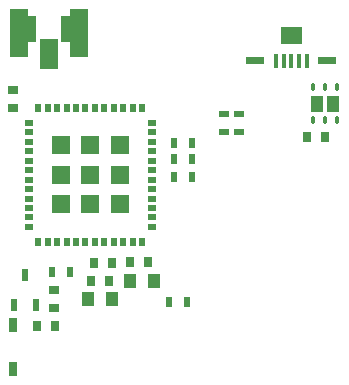
<source format=gbp>
G04*
G04 #@! TF.GenerationSoftware,Altium Limited,Altium Designer,18.1.9 (240)*
G04*
G04 Layer_Color=128*
%FSLAX25Y25*%
%MOIN*%
G70*
G01*
G75*
%ADD14R,0.06000X0.16000*%
%ADD32R,0.03000X0.03400*%
%ADD34R,0.03400X0.03000*%
%ADD47R,0.01968X0.03150*%
%ADD48R,0.03150X0.01968*%
%ADD49R,0.06299X0.06299*%
%ADD50R,0.02400X0.03400*%
G04:AMPARAMS|DCode=52|XSize=15.75mil|YSize=23.62mil|CornerRadius=3.94mil|HoleSize=0mil|Usage=FLASHONLY|Rotation=0.000|XOffset=0mil|YOffset=0mil|HoleType=Round|Shape=RoundedRectangle|*
%AMROUNDEDRECTD52*
21,1,0.01575,0.01575,0,0,0.0*
21,1,0.00787,0.02362,0,0,0.0*
1,1,0.00787,0.00394,-0.00787*
1,1,0.00787,-0.00394,-0.00787*
1,1,0.00787,-0.00394,0.00787*
1,1,0.00787,0.00394,0.00787*
%
%ADD52ROUNDEDRECTD52*%
%ADD53R,0.02400X0.03900*%
%ADD54R,0.02800X0.04800*%
%ADD55R,0.01575X0.05118*%
%ADD57R,0.04200X0.08700*%
%ADD58R,0.04200X0.04200*%
%ADD59R,0.06000X0.10000*%
%ADD60R,0.03900X0.04900*%
%ADD61R,0.03400X0.02400*%
%ADD82R,0.03937X0.05512*%
G36*
X92726Y109449D02*
Y107087D01*
X98632D01*
Y109449D01*
X92726D01*
D02*
G37*
G36*
X104144Y119685D02*
Y113780D01*
X111230D01*
Y119685D01*
X104144D01*
D02*
G37*
G36*
X116742Y109449D02*
Y107087D01*
X122648D01*
Y109449D01*
X116742D01*
D02*
G37*
D14*
X36900Y117500D02*
D03*
X16900D02*
D03*
D32*
X23000Y20000D02*
D03*
X29000D02*
D03*
X54000Y41200D02*
D03*
X60000D02*
D03*
X47000Y35000D02*
D03*
X41000D02*
D03*
X48000Y41000D02*
D03*
X42000D02*
D03*
X119000Y83000D02*
D03*
X113000D02*
D03*
D34*
X15100Y98500D02*
D03*
Y92500D02*
D03*
X28500Y32000D02*
D03*
Y26000D02*
D03*
D47*
X57996Y48012D02*
D03*
X54847D02*
D03*
X51697D02*
D03*
X48547D02*
D03*
X45398D02*
D03*
X42248D02*
D03*
X39098D02*
D03*
X35949D02*
D03*
X32799D02*
D03*
X29650D02*
D03*
X26500D02*
D03*
X23350D02*
D03*
Y92500D02*
D03*
X26500D02*
D03*
X29650D02*
D03*
X32799D02*
D03*
X35949D02*
D03*
X39098D02*
D03*
X42248D02*
D03*
X45398D02*
D03*
X48547D02*
D03*
X51697D02*
D03*
X54847D02*
D03*
X57996D02*
D03*
D48*
X20201Y52933D02*
D03*
Y56083D02*
D03*
Y59232D02*
D03*
Y62382D02*
D03*
Y65531D02*
D03*
Y68681D02*
D03*
Y71831D02*
D03*
Y74980D02*
D03*
Y78130D02*
D03*
Y81279D02*
D03*
Y84429D02*
D03*
Y87579D02*
D03*
X61146D02*
D03*
Y84429D02*
D03*
Y81279D02*
D03*
Y78130D02*
D03*
Y74980D02*
D03*
Y71831D02*
D03*
Y68681D02*
D03*
Y65531D02*
D03*
Y62382D02*
D03*
Y59232D02*
D03*
Y56083D02*
D03*
Y52933D02*
D03*
D49*
X40673Y70256D02*
D03*
Y80098D02*
D03*
X50516D02*
D03*
Y70256D02*
D03*
Y60413D02*
D03*
X40673D02*
D03*
X30830D02*
D03*
Y70256D02*
D03*
Y80098D02*
D03*
D50*
X67000Y28000D02*
D03*
X73000D02*
D03*
X28000Y38000D02*
D03*
X34000D02*
D03*
X74500Y69500D02*
D03*
X68500D02*
D03*
Y81000D02*
D03*
X74500D02*
D03*
X68500Y75500D02*
D03*
X74500D02*
D03*
D52*
X122937Y99512D02*
D03*
X119000D02*
D03*
X115063D02*
D03*
X122937Y88488D02*
D03*
X119000D02*
D03*
X115063D02*
D03*
D53*
X22700Y27000D02*
D03*
X15300D02*
D03*
X19000Y37000D02*
D03*
D54*
X15000Y5700D02*
D03*
Y20300D02*
D03*
D55*
X107687Y108150D02*
D03*
X105128D02*
D03*
X110247D02*
D03*
X102569D02*
D03*
X112805D02*
D03*
D57*
X33100Y119000D02*
D03*
X20550D02*
D03*
D58*
X26800Y112700D02*
D03*
D59*
X26900Y110500D02*
D03*
D60*
X40000Y29000D02*
D03*
X48000D02*
D03*
X62000Y35000D02*
D03*
X54000D02*
D03*
D61*
X85300Y90700D02*
D03*
Y84700D02*
D03*
X90300Y90700D02*
D03*
Y84700D02*
D03*
D82*
X121559Y94000D02*
D03*
X116342Y94000D02*
D03*
M02*

</source>
